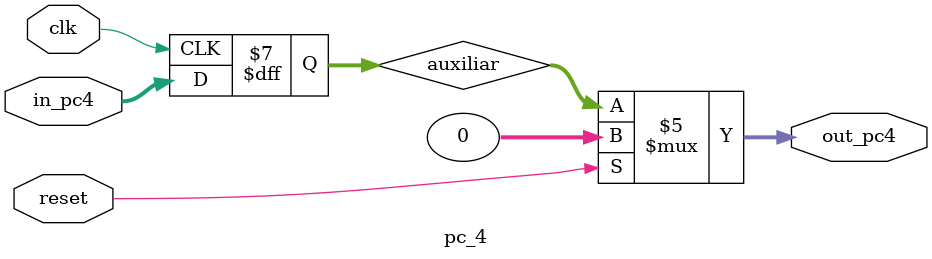
<source format=v>
`timescale 1ns / 1ps

module pc_4(in_pc4,clk,reset,out_pc4);

input wire [31:0] in_pc4;  
input wire clk;
input reset;
output reg [31:0] out_pc4;

reg [31:0] auxiliar;

always @(posedge clk)
       begin
        auxiliar = in_pc4;
       end
       
always @*
begin
 if(reset == 0)
       begin
            out_pc4 = auxiliar;
       end
    else 
       begin
            out_pc4 = 32'h0;
       end
end
//assign out_pc4=auxiliar;

//always @*
//     begin
//       if (reset == 1)
//        begin
//            auxiliar = 32'h0;
//        end
//      end
//
//always @(posedge clk)
//        begin 
//	       auxiliar = in_pc4;
//        end
endmodule

</source>
